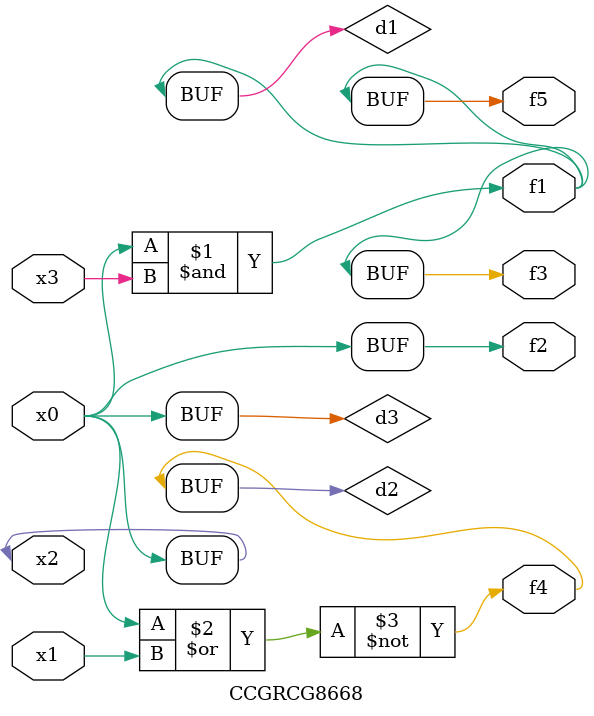
<source format=v>
module CCGRCG8668(
	input x0, x1, x2, x3,
	output f1, f2, f3, f4, f5
);

	wire d1, d2, d3;

	and (d1, x2, x3);
	nor (d2, x0, x1);
	buf (d3, x0, x2);
	assign f1 = d1;
	assign f2 = d3;
	assign f3 = d1;
	assign f4 = d2;
	assign f5 = d1;
endmodule

</source>
